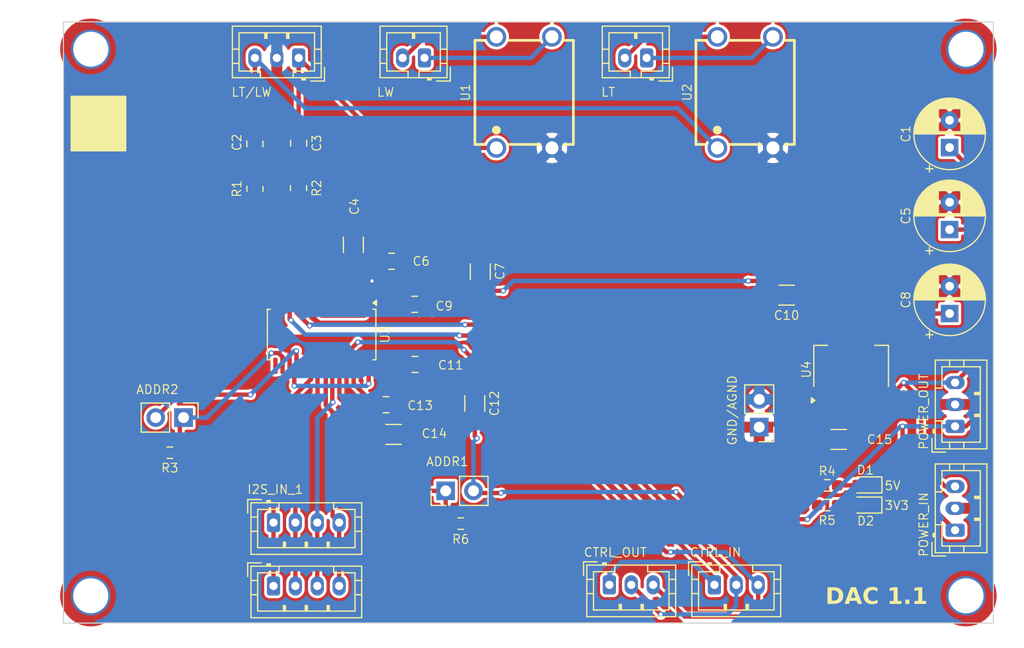
<source format=kicad_pcb>
(kicad_pcb (version 20241229) (generator "pcbnew") (generator_version "9.0")
  (layers (0 "F.Cu" signal) (2 "B.Cu" signal) (13 "F.Paste" user) (15 "B.Paste" user) (5 "F.SilkS" user "F.Silkscreen") (7 "B.SilkS" user "B.Silkscreen") (1 "F.Mask" user) (3 "B.Mask" user) (25 "Edge.Cuts" user))
  (net 0 "")
  (net 1 "MCLK0")
  (net 2 "SWR_NEG")
  (net 3 "LEFT_WOOFER")
  (net 4 "AGND")
  (net 5 "GND")
  (net 6 "3V3")
  (net 7 "5V")
  (net 8 "Net-(D1-A)")
  (net 9 "Net-(D2-A)")
  (net 10 "LEFT_TWEETER")
  (net 11 "SDA")
  (net 12 "SCL")
  (net 13 "SWR_OUT")
  (net 14 "SWL_OUT")
  (net 15 "LRCLK0")
  (net 16 "BCLK0")
  (net 17 "DATA0")
  (net 18 "SWL_NEG")
  (net 19 "ADDR1")
  (net 20 "ADDR2")
  (net 21 "Net-(U3-VNEG)")
  (net 22 "XSMT")
  (net 23 "Net-(U3-CAPP)")
  (net 24 "Net-(U3-CAPM)")
  (net 25 "Net-(U3-LDOO)")
  (net 28 "3V3A")
  (net 31 "LW_OUT_PRE")
  (net 32 "LT_OUT_PRE")
  (footprint "Capacitor_SMD:C_0805_2012Metric_Pad1.18x1.45mm_HandSolder" (layer "F.Cu") (at 76.4364 68.8275 90)
    (property "Reference" "C2")
    (property "Value" "2.2n 50V C0G")
  )
  (footprint "Package_SO:TSSOP-28_4.4x9.7mm_P0.65mm" (layer "F.Cu") (at 82.5364 86.265 -90)
    (property "Reference" "U3")
    (property "Value" "PCM5122PW")
  )
  (footprint "Connector_JST:JST_PH_B3B-PH-K_1x03_P2.00mm_Vertical" (layer "F.Cu") (at 80.4364 60.965 180)
    (property "Reference" "J1" (hide yes))
    (property "Value" "Conn_01x03_Pin")
  )
  (footprint "Capacitor_SMD:C_1206_3216Metric_Pad1.33x1.80mm_HandSolder" (layer "F.Cu") (at 89.1114 95.4025)
    (property "Reference" "C14")
    (property "Value" "10U")
  )
  (footprint "Connector_JST:JST_PH_B2B-PH-K_1x02_P2.00mm_Vertical" (layer "F.Cu") (at 91.9364 60.965 180)
    (property "Reference" "J2" (hide yes))
    (property "Value" "Conn_01x02_Pin")
  )
  (footprint "easyeda2kicad:XFMR-TH_4P-L9.5-W9.0-P5.08-LS10.2_C9900096976" (layer "F.Cu") (at 101.0464 64.115 90)
    (property "Reference" "U1")
    (property "Value" "DA101C_C6931652")
  )
  (footprint "Resistor_SMD:R_0805_2012Metric_Pad1.20x1.40mm_HandSolder" (layer "F.Cu") (at 76.4364 72.94 90)
    (property "Reference" "R1")
    (property "Value" "470R TF")
  )
  (footprint "Connector_PinHeader_2.54mm:PinHeader_1x02_P2.54mm_Vertical" (layer "F.Cu") (at 69.9114 93.865 -90)
    (property "Reference" "J5" (hide yes))
    (property "Value" "Conn_01x02_Pin")
  )
  (footprint "Connector_JST:JST_PH_B3B-PH-K_1x03_P2.00mm_Vertical" (layer "F.Cu") (at 140.4364 94.665 90)
    (property "Reference" "J4" (hide yes))
    (property "Value" "Conn_01x03_Pin")
  )
  (footprint "Capacitor_SMD:C_0805_2012Metric_Pad1.18x1.45mm_HandSolder" (layer "F.Cu") (at 80.4364 68.765 90)
    (property "Reference" "C3")
    (property "Value" "2.2n 50V C0G")
  )
  (footprint "Package_TO_SOT_SMD:SOT-223-3_TabPin2" (layer "F.Cu") (at 130.9364 89.165 90)
    (property "Reference" "U4")
    (property "Value" "ZLDO1117QG33TA")
  )
  (footprint "MountingHole:MountingHole_3.2mm_M3_DIN965_Pad_TopOnly" (layer "F.Cu") (at 61.4364 110.165)
    (property "Reference" "H3" (hide yes))
    (property "Value" "MountingHole")
  )
  (footprint "Capacitor_THT:CP_Radial_D6.3mm_P2.50mm" (layer "F.Cu") (at 139.9364 76.665 90)
    (property "Reference" "C5")
    (property "Value" "220u")
  )
  (footprint "Capacitor_SMD:C_1206_3216Metric_Pad1.33x1.80mm_HandSolder" (layer "F.Cu") (at 125.0364 82.665 180)
    (property "Reference" "C10")
    (property "Value" "10U")
  )
  (footprint "MountingHole:MountingHole_3.2mm_M3_DIN965_Pad_TopOnly" (layer "F.Cu") (at 141.4364 110.165)
    (property "Reference" "H4" (hide yes))
    (property "Value" "MountingHole")
  )
  (footprint "Connector_JST:JST_PH_B3B-PH-K_1x03_P2.00mm_Vertical" (layer "F.Cu") (at 140.4364 104.165 90)
    (property "Reference" "J9" (hide yes))
    (property "Value" "Conn_01x03_Pin")
  )
  (footprint "Capacitor_THT:CP_Radial_D6.3mm_P2.50mm" (layer "F.Cu") (at 139.9364 69.165 90)
    (property "Reference" "C1")
    (property "Value" "220u")
  )
  (footprint "Connector_PinHeader_2.54mm:PinHeader_1x02_P2.54mm_Vertical" (layer "F.Cu") (at 93.8739 100.565 90)
    (property "Reference" "J8" (hide yes))
    (property "Value" "Conn_01x02_Pin")
  )
  (footprint "Resistor_SMD:R_0603_1608Metric_Pad0.98x0.95mm_HandSolder" (layer "F.Cu") (at 128.7489 101.865)
    (property "Reference" "R5")
    (property "Value" "150R")
  )
  (footprint "Capacitor_SMD:C_0805_2012Metric_Pad1.18x1.45mm_HandSolder" (layer "F.Cu") (at 88.9364 79.565 180)
    (property "Reference" "C6")
    (property "Value" "2.2u 25V")
  )
  (footprint "Connector_JST:JST_PH_B2B-PH-K_1x02_P2.00mm_Vertical" (layer "F.Cu") (at 112.2464 60.965 180)
    (property "Reference" "J3" (hide yes))
    (property "Value" "Conn_01x02_Pin")
  )
  (footprint "Capacitor_SMD:C_0805_2012Metric_Pad1.18x1.45mm_HandSolder" (layer "F.Cu") (at 88.4215 92.69 180)
    (property "Reference" "C13")
    (property "Value" "0.1U")
  )
  (footprint "Capacitor_SMD:C_1206_3216Metric_Pad1.33x1.80mm_HandSolder" (layer "F.Cu") (at 129.7989 95.865 180)
    (property "Reference" "C15")
    (property "Value" "10U")
  )
  (footprint "Capacitor_SMD:C_0805_2012Metric_Pad1.18x1.45mm_HandSolder" (layer "F.Cu") (at 91.0364 83.5025)
    (property "Reference" "C9")
    (property "Value" "0.1U")
  )
  (footprint "Connector_JST:JST_PH_B4B-PH-K_1x04_P2.00mm_Vertical" (layer "F.Cu") (at 78.1364 103.465)
    (property "Reference" "J7" (hide yes))
    (property "Value" "Conn_01x04_Pin")
  )
  (footprint "Capacitor_SMD:C_1206_3216Metric_Pad1.33x1.80mm_HandSolder" (layer "F.Cu") (at 97.0364 80.5025 90)
    (property "Reference" "C7")
    (property "Value" "10U")
  )
  (footprint "Capacitor_THT:CP_Radial_D6.3mm_P2.50mm" (layer "F.Cu") (at 139.9364 84.3474 90)
    (property "Reference" "C8")
    (property "Value" "220u")
  )
  (footprint "MountingHole:MountingHole_3.2mm_M3_DIN965_Pad_TopOnly" (layer "F.Cu") (at 141.4364 60.165)
    (property "Reference" "H2" (hide yes))
    (property "Value" "MountingHole")
  )
  (footprint "Connector_PinHeader_2.54mm:PinHeader_1x02_P2.54mm_Vertical" (layer "F.Cu") (at 122.5364 94.74 180)
    (property "Reference" "J6" (hide yes))
    (property "Value" "Conn_01x02_Pin")
  )
  (footprint "easyeda2kicad:XFMR-TH_4P-L9.5-W9.0-P5.08-LS10.2_C9900096976" (layer "F.Cu") (at 121.2464 64.115 90)
    (property "Reference" "U2")
    (property "Value" "DA101C_C6931652")
  )
  (footprint "Capacitor_SMD:C_1206_3216Metric_Pad1.33x1.80mm_HandSolder" (layer "F.Cu") (at 96.5364 92.565 90)
    (property "Reference" "C12")
    (property "Value" "10U")
  )
  (footprint "Capacitor_SMD:C_1206_3216Metric_Pad1.33x1.80mm_HandSolder" (layer "F.Cu") (at 85.4364 78.065 -90)
    (property "Reference" "C4")
    (property "Value" "2.2u 25V")
  )
  (footprint "Resistor_SMD:R_0603_1608Metric_Pad0.98x0.95mm_HandSolder" (layer "F.Cu") (at 68.6589 97.0775)
    (property "Reference" "R3")
    (property "Value" "4.7K")
  )
  (footprint "LED_SMD:LED_0603_1608Metric" (layer "F.Cu") (at 132.2614 101.865 180)
    (property "Reference" "D2")
    (property "Value" "BLUE")
  )
  (footprint "Connector_JST:JST_PH_B3B-PH-K_1x03_P2.00mm_Vertical" (layer "F.Cu") (at 118.4364 109.165)
    (property "Reference" "J11" (hide yes))
    (property "Value" "Conn_01x03_Pin")
  )
  (footprint "Resistor_SMD:R_0805_2012Metric_Pad1.20x1.40mm_HandSolder" (layer "F.Cu") (at 80.4232 72.8775 90)
    (property "Reference" "R2")
    (property "Value" "470R TF")
  )
  (footprint "LED_SMD:LED_0603_1608Metric" (layer "F.Cu") (at 132.2614 100.025 180)
    (property "Reference" "D1")
    (property "Value" "RED")
  )
  (footprint "Connector_JST:JST_PH_B3B-PH-K_1x03_P2.00mm_Vertical" (layer "F.Cu") (at 108.8364 109.165)
    (property "Reference" "J10" (hide yes))
    (property "Value" "Conn_01x03_Pin")
  )
  (footprint "Connector_JST:JST_PH_B4B-PH-K_1x04_P2.00mm_Vertical" (layer "F.Cu") (at 78.1364 109.265)
    (property "Reference" "J12" (hide yes))
    (property "Value" "Conn_01x04_Pin")
  )
  (footprint "Resistor_SMD:R_0603_1608Metric_Pad0.98x0.95mm_HandSolder" (layer "F.Cu") (at 95.2489 103.565 180)
    (property "Reference" "R6")
    (property "Value" "4.7K")
  )
  (footprint "Resistor_SMD:R_0603_1608Metric_Pad0.98x0.95mm_HandSolder" (layer "F.Cu") (at 128.7489 100.065)
    (property "Reference" "R4")
    (property "Value" "1.3K")
  )
  (footprint "Capacitor_SMD:C_0805_2012Metric_Pad1.18x1.45mm_HandSolder" (layer "F.Cu") (at 91.0739 89.0025)
    (property "Reference" "C11")
    (property "Value" "0.1U")
  )
  (footprint "MountingHole:MountingHole_3.2mm_M3_DIN965_Pad_TopOnly" (layer "F.Cu") (at 61.4364 60.165)
    (property "Reference" "H1" (hide yes))
    (property "Value" "MountingHole")
  )
  (gr_rect (start 59.6364 64.465) (end 64.6364 69.465) (stroke (width 0.1)) (fill yes) (layer "F.SilkS"))
  (gr_line (start 58.9364 112.665) (end 58.9364 57.665) (stroke (width 0.1)) (layer "Edge.Cuts"))
  (gr_line (start 58.9364 57.665) (end 143.9364 57.665) (stroke (width 0.1)) (layer "Edge.Cuts"))
  (gr_line (start 143.9364 112.665) (end 58.9364 112.665) (stroke (width 0.1)) (layer "Edge.Cuts"))
  (gr_line (start 143.9364 57.665) (end 143.9364 112.665) (stroke (width 0.1)) (layer "Edge.Cuts"))
  (gr_text "DAC 1.1" (at 137.9364 111.165 0) (layer "F.SilkS") (effects (font (size 1.5 1.5) (thickness 0.1) (bold yes)) (justify right bottom)))
  (gr_text "LT" (at 108.0364 64.565 0) (layer "F.SilkS") (effects (font (size 0.8 0.8) (thickness 0.1)) (justify left bottom)))
  (gr_text "GND/AGND" (at 120.5364 96.465 90) (layer "F.SilkS") (effects (font (size 0.8 0.8) (thickness 0.1)) (justify left bottom)))
  (gr_text "3V3" (at 133.9364 102.365 0) (layer "F.SilkS") (effects (font (size 0.8 0.8) (thickness 0.1)) (justify left bottom)))
  (gr_text "ADDR2" (at 65.5364 91.765 0) (layer "F.SilkS") (effects (font (size 0.8 0.8) (thickness 0.1)) (justify left bottom)))
  (gr_text "LT/LW" (at 74.2364 64.565 0) (layer "F.SilkS") (effects (font (size 0.8 0.8) (thickness 0.1)) (justify left bottom)))
  (gr_text "LW" (at 87.5364 64.565 0) (layer "F.SilkS") (effects (font (size 0.8 0.8) (thickness 0.1)) (justify left bottom)))
  (gr_text "POWER_IN" (at 138.0364 106.665 90) (layer "F.SilkS") (effects (font (size 0.8 0.8) (thickness 0.1)) (justify left bottom)))
  (gr_text "CTRL_IN" (at 116.1364 106.665 0) (layer "F.SilkS") (effects (font (size 0.8 0.8) (thickness 0.1)) (justify left bottom)))
  (gr_text "5V" (at 133.9364 100.565 0) (layer "F.SilkS") (effects (font (size 0.8 0.8) (thickness 0.1)) (justify left bottom)))
  (gr_text "I2S_IN_1" (at 75.680571 100.903984 0) (layer "F.SilkS") (effects (font (size 0.8 0.8) (thickness 0.1)) (justify left bottom)))
  (gr_text "ADDR1" (at 92.0364 98.365 0) (layer "F.SilkS") (effects (font (size 0.8 0.8) (thickness 0.1)) (justify left bottom)))
  (gr_text "POWER_OUT" (at 138.0364 96.865 90) (layer "F.SilkS") (effects (font (size 0.8 0.8) (thickness 0.1)) (justify left bottom)))
  (gr_text "CTRL_OUT" (at 106.4364 106.665 0) (layer "F.SilkS") (effects (font (size 0.8 0.8) (thickness 0.1)) (justify left bottom)))
  (segment (start 81.5614 90.359239) (end 78.1364 93.784239) (width 0.4) (layer "F.Cu") (net 1))
  (segment (start 81.5614 89.1275) (end 81.5614 90.359239) (width 0.4) (layer "F.Cu") (net 1))
  (segment (start 78.1364 93.784239) (end 78.1364 103.465) (width 0.4) (layer "F.Cu") (net 1))
  (segment (start 78.1364 109.265) (end 78.1364 103.465) (width 0.4) (layer "F.Cu") (net 1))
  (segment (start 123.7864 59.035) (end 121.8564 60.965) (width 0.4) (layer "B.Cu") (net 2))
  (segment (start 121.8564 60.965) (end 112.2464 60.965) (width 0.4) (layer "B.Cu") (net 2))
  (segment (start 88.6664 69.195) (end 98.5064 69.195) (width 0.4) (layer "F.Cu") (net 3))
  (segment (start 80.4364 67.7275) (end 80.4364 60.965) (width 0.4) (layer "F.Cu") (net 3))
  (segment (start 80.4232 71.8775) (end 79.3114 70.7657) (width 0.4) (layer "F.Cu") (net 3))
  (segment (start 80.4364 60.965) (end 88.6664 69.195) (width 0.4) (layer "F.Cu") (net 3))
  (segment (start 79.3114 70.7657) (end 79.3114 68.8525) (width 0.4) (layer "F.Cu") (net 3))
  (segment (start 79.3114 68.8525) (end 80.4364 67.7275) (width 0.4) (layer "F.Cu") (net 3))
  (segment (start 85.4614 82.406594) (end 86.502994 81.365) (width 0.4) (layer "F.Cu") (net 4))
  (segment (start 86.502994 81.365) (end 87.1364 81.365) (width 0.4) (layer "F.Cu") (net 4))
  (segment (start 85.4614 83.4025) (end 85.4614 82.406594) (width 0.4) (layer "F.Cu") (net 4))
  (via (at 87.1364 81.365) (size 0.5) (drill 0.3) (layers "F.Cu" "B.Cu") (net 4))
  (segment (start 80.0364 90.149878) (end 80.0364 90.965) (width 0.4) (layer "F.Cu") (net 6))
  (segment (start 139.9364 69.165) (end 143.7364 72.965) (width 0.4) (layer "F.Cu") (net 6))
  (segment (start 140.4364 104.165) (end 135.6364 99.365) (width 0.4) (layer "F.Cu") (net 6))
  (segment (start 143.7364 72.965) (end 143.7364 92.365) (width 0.4) (layer "F.Cu") (net 6))
  (segment (start 69.4714 91.765) (end 76.0364 91.765) (width 0.4) (layer "F.Cu") (net 6))
  (segment (start 67.3714 93.865) (end 69.4714 91.765) (width 0.4) (layer "F.Cu") (net 6))
  (segment (start 98.9364 100.765) (end 96.6139 100.765) (width 0.4) (layer "F.Cu") (net 6))
  (segment (start 96.5364 95.565) (end 96.7364 95.765) (width 0.4) (layer "F.Cu") (net 6))
  (segment (start 86.8364 89.2025) (end 86.7614 89.1275) (width 0.4) (layer "F.Cu") (net 6))
  (segment (start 127.8364 101.865) (end 127.8364 102.265) (width 0.4) (layer "F.Cu") (net 6))
  (segment (start 95.1614 94.1275) (end 90.0364 89.0025) (width 0.4) (layer "F.Cu") (net 6))
  (segment (start 96.5364 94.1275) (end 95.1614 94.1275) (width 0.4) (layer "F.Cu") (net 6))
  (segment (start 86.7614 89.1275) (end 89.9114 89.1275) (width 0.4) (layer "F.Cu") (net 6))
  (segment (start 141.4364 94.665) (end 140.4364 94.665) (width 0.4) (layer "F.Cu") (net 6))
  (segment (start 143.7364 92.365) (end 141.4364 94.665) (width 0.4) (layer "F.Cu") (net 6))
  (segment (start 80.2364 89.1025) (end 80.2614 89.1275) (width 0.4) (layer "F.Cu") (net 6))
  (segment (start 127.8364 102.265) (end 126.9364 103.165) (width 0.4) (layer "F.Cu") (net 6))
  (segment (start 80.2364 87.765) (end 80.2364 89.1025) (width 0.4) (layer "F.Cu") (net 6))
  (segment (start 86.8364 90.765) (end 86.8364 89.2025) (width 0.4) (layer "F.Cu") (net 6))
  (segment (start 80.2614 89.1275) (end 80.2114 89.1775) (width 0.4) (layer "F.Cu") (net 6))
  (segment (start 80.2114 89.974878) (end 80.0364 90.149878) (width 0.4) (layer "F.Cu") (net 6))
  (segment (start 126.9364 103.165) (end 117.4364 103.165) (width 0.4) (layer "F.Cu") (net 6))
  (segment (start 117.4364 103.165) (end 114.9364 100.665) (width 0.4) (layer "F.Cu") (net 6))
  (segment (start 80.2114 89.1775) (end 80.2114 89.974878) (width 0.4) (layer "F.Cu") (net 6))
  (segment (start 135.6364 99.365) (end 135.6364 94.665) (width 0.4) (layer "F.Cu") (net 6))
  (segment (start 96.5364 94.1275) (end 96.5364 95.565) (width 0.4) (layer "F.Cu") (net 6))
  (via (at 76.0364 91.765) (size 0.5) (drill 0.3) (layers "F.Cu" "B.Cu") (net 6))
  (via (at 98.9364 100.765) (size 0.5) (drill 0.3) (layers "F.Cu" "B.Cu") (net 6))
  (via (at 135.6364 94.665) (size 0.5) (drill 0.3) (layers "F.Cu" "B.Cu") (net 6))
  (via (at 96.7364 95.765) (size 0.5) (drill 0.3) (layers "F.Cu" "B.Cu") (net 6))
  (via (at 114.9364 100.665) (size 0.5) (drill 0.3) (layers "F.Cu" "B.Cu") (net 6))
  (via (at 86.8364 90.765) (size 0.5) (drill 0.3) (layers "F.Cu" "B.Cu") (net 6))
  (via (at 80.2364 87.765) (size 0.5) (drill 0.3) (layers "F.Cu" "B.Cu") (net 6))
  (via (at 126.9364 103.165) (size 0.5) (drill 0.3) (layers "F.Cu" "B.Cu") (net 6))
  (via (at 80.0364 90.965) (size 0.5) (drill 0.3) (layers "F.Cu" "B.Cu") (net 6))
  (segment (start 140.4364 94.665) (end 135.6364 94.665) (width 0.4) (layer "B.Cu") (net 6))
  (segment (start 99.0364 100.665) (end 98.9364 100.765) (width 0.4) (layer "B.Cu") (net 6))
  (segment (start 96.7364 95.765) (end 96.4139 96.0875) (width 0.4) (layer "B.Cu") (net 6))
  (segment (start 80.0364 87.765) (end 80.2364 87.765) (width 0.4) (layer "B.Cu") (net 6))
  (segment (start 135.6364 94.665) (end 135.4364 94.665) (width 0.4) (layer "B.Cu") (net 6))
  (segment (start 114.9364 100.665) (end 99.0364 100.665) (width 0.4) (layer "B.Cu") (net 6))
  (segment (start 86.8364 90.765) (end 86.6364 90.965) (width 0.4) (layer "B.Cu") (net 6))
  (segment (start 86.6364 90.965) (end 80.0364 90.965) (width 0.4) (layer "B.Cu") (net 6))
  (segment (start 76.0364 91.765) (end 80.0364 87.765) (width 0.4) (layer "B.Cu") (net 6))
  (segment (start 135.4364 94.665) (end 126.9364 103.165) (width 0.4) (layer "B.Cu") (net 6))
  (segment (start 96.4139 96.0875) (end 96.4139 100.565) (width 0.4) (layer "B.Cu") (net 6))
  (segment (start 137.3364 92.265) (end 135.7364 90.665) (width 0.4) (layer "F.Cu") (net 7))
  (segment (start 127.9364 99.29) (end 131.3614 95.865) (width 0.4) (layer "F.Cu") (net 7))
  (segment (start 133.2364 92.315) (end 133.2364 93.99) (width 0.4) (layer "F.Cu") (net 7))
  (segment (start 139.5364 100.165) (end 137.3364 97.965) (width 0.4) (layer "F.Cu") (net 7))
  (segment (start 137.3364 97.965) (end 137.3364 92.265) (width 0.4) (layer "F.Cu") (net 7))
  (segment (start 140.4364 90.665) (end 142.2364 88.865) (width 0.4) (layer "F.Cu") (net 7))
  (segment (start 142.0364 76.665) (end 139.9364 76.665) (width 0.4) (layer "F.Cu") (net 7))
  (segment (start 142.2364 88.865) (end 142.2364 76.865) (width 0.4) (layer "F.Cu") (net 7))
  (segment (start 127.9364 99.965) (end 127.9364 99.29) (width 0.4) (layer "F.Cu") (net 7))
  (segment (start 133.2364 93.99) (end 131.3614 95.865) (width 0.4) (layer "F.Cu") (net 7))
  (segment (start 134.0864 92.315) (end 135.7364 90.665) (width 0.4) (layer "F.Cu") (net 7))
  (segment (start 142.2364 76.865) (end 142.0364 76.665) (width 0.4) (layer "F.Cu") (net 7))
  (segment (start 140.4364 100.165) (end 139.5364 100.165) (width 0.4) (layer "F.Cu") (net 7))
  (segment (start 133.2364 92.315) (end 134.0864 92.315) (width 0.4) (layer "F.Cu") (net 7))
  (via (at 135.7364 90.665) (size 0.5) (drill 0.3) (layers "F.Cu" "B.Cu") (net 7))
  (segment (start 140.4364 90.665) (end 135.7364 90.665) (width 0.4) (layer "B.Cu") (net 7))
  (segment (start 129.6614 100.065) (end 131.4339 100.065) (width 0.4) (layer "F.Cu") (net 8))
  (segment (start 129.6614 101.865) (end 131.4739 101.865) (width 0.4) (layer "F.Cu") (net 9))
  (segment (start 77.5614 68.915) (end 77.5614 70.815) (width 0.4) (layer "F.Cu") (net 10))
  (segment (start 76.4364 67.79) (end 76.4364 60.965) (width 0.4) (layer "F.Cu") (net 10))
  (segment (start 76.4364 67.79) (end 77.5614 68.915) (width 0.4) (layer "F.Cu") (net 10))
  (segment (start 77.5614 70.815) (end 76.4364 71.94) (width 0.4) (layer "F.Cu") (net 10))
  (segment (start 115.0764 65.565) (end 118.7064 69.195) (width 0.4) (layer "B.Cu") (net 10))
  (segment (start 81.0364 65.565) (end 115.0764 65.565) (width 0.4) (layer "B.Cu") (net 10))
  (segment (start 76.4364 60.965) (end 81.0364 65.565) (width 0.4) (layer "B.Cu") (net 10))
  (segment (start 120.4364 108.365) (end 97.4364 85.365) (width 0.4) (layer "F.Cu") (net 11))
  (segment (start 81.4364 85.465) (end 80.2614 84.29) (width 0.4) (layer "F.Cu") (net 11))
  (segment (start 120.4364 109.165) (end 120.4364 108.365) (width 0.4) (layer "F.Cu") (net 11))
  (segment (start 113.5364 111.865) (end 110.8364 109.165) (width 0.4) (layer "F.Cu") (net 11))
  (segment (start 97.4364 85.365) (end 95.6364 85.365) (width 0.4) (layer "F.Cu") (net 11))
  (segment (start 80.2614 84.29) (end 80.2614 83.4025) (width 0.4) (layer "F.Cu") (net 11))
  (via (at 95.6364 85.365) (size 0.5) (drill 0.3) (layers "F.Cu" "B.Cu") (net 11))
  (via (at 81.4364 85.465) (size 0.5) (drill 0.3) (layers "F.Cu" "B.Cu") (net 11))
  (via (at 113.5364 111.865) (size 0.5) (drill 0.3) (layers "F.Cu" "B.Cu") (net 11))
  (segment (start 81.5364 85.365) (end 81.4364 85.465) (width 0.4) (layer "B.Cu") (net 11))
  (segment (start 95.6364 85.365) (end 81.5364 85.365) (width 0.4) (layer "B.Cu") (net 11))
  (segment (start 120.4364 109.165) (end 120.4364 111.065) (width 0.4) (layer "B.Cu") (net 11))
  (segment (start 119.6364 111.865) (end 113.5364 111.865) (width 0.4) (layer "B.Cu") (net 11))
  (segment (start 120.4364 111.065) (end 119.6364 111.865) (width 0.4) (layer "B.Cu") (net 11))
  (segment (start 79.7364 84.965) (end 79.6114 84.84) (width 0.4) (layer "F.Cu") (net 12))
  (segment (start 96.2364 86.365) (end 95.1364 86.365) (width 0.4) (layer "F.Cu") (net 12))
  (segment (start 79.6114 84.84) (end 79.6114 83.4025) (width 0.4) (layer "F.Cu") (net 12))
  (segment (start 118.4364 108.565) (end 96.2364 86.365) (width 0.4) (layer "F.Cu") (net 12))
  (via (at 79.7364 84.965) (size 0.5) (drill 0.3) (layers "F.Cu" "B.Cu") (net 12))
  (via (at 95.1364 86.365) (size 0.5) (drill 0.3) (layers "F.Cu" "B.Cu") (net 12))
  (segment (start 109.9364 107.065) (end 108.8364 108.165) (width 0.4) (layer "B.Cu") (net 12))
  (segment (start 116.3364 107.065) (end 109.9364 107.065) (width 0.4) (layer "B.Cu") (net 12))
  (segment (start 118.4364 109.165) (end 116.3364 107.065) (width 0.4) (layer "B.Cu") (net 12))
  (segment (start 95.1364 86.365) (end 95.0364 86.265) (width 0.4) (layer "B.Cu") (net 12))
  (segment (start 108.8364 108.165) (end 108.8364 109.165) (width 0.4) (layer "B.Cu") (net 12))
  (segment (start 81.0364 86.265) (end 79.7364 84.965) (width 0.4) (layer "B.Cu") (net 12))
  (segment (start 95.0364 86.265) (end 81.0364 86.265) (width 0.4) (layer "B.Cu") (net 12))
  (segment (start 112.1764 59.035) (end 110.2464 60.965) (width 0.4) (layer "F.Cu") (net 13))
  (segment (start 118.7064 59.035) (end 112.1764 59.035) (width 0.4) (layer "F.Cu") (net 13))
  (segment (start 91.965234 59.035) (end 98.5064 59.035) (width 0.4) (layer "F.Cu") (net 14))
  (segment (start 90.035234 60.965) (end 91.965234 59.035) (width 0.4) (layer "F.Cu") (net 14))
  (segment (start 82.1364 109.265) (end 82.1364 103.465) (width 0.4) (layer "F.Cu") (net 15))
  (segment (start 83.5114 89.1275) (end 83.5114 92.415) (width 0.4) (layer "F.Cu") (net 15))
  (segment (start 83.5114 92.415) (end 83.5614 92.465) (width 0.4) (layer "F.Cu") (net 15))
  (via (at 83.5614 92.465) (size 0.5) (drill 0.3) (layers "F.Cu" "B.Cu") (net 15))
  (segment (start 82.1364 103.465) (end 82.1364 93.89) (width 0.4) (layer "B.Cu") (net 15))
  (segment (start 82.1364 93.89) (end 83.5614 92.465) (width 0.4) (layer "B.Cu") (net 15))
  (segment (start 80.1364 109.265) (end 80.1364 103.465) (width 0.4) (layer "F.Cu") (net 16))
  (segment (start 80.1364 93.765) (end 80.1364 103.465) (width 0.4) (layer "F.Cu") (net 16))
  (segment (start 82.1614 89.1775) (end 82.1614 91.74) (width 0.4) (layer "F.Cu") (net 16))
  (segment (start 82.1614 91.74) (end 80.1364 93.765) (width 0.4) (layer "F.Cu") (net 16))
  (segment (start 82.2114 89.1275) (end 82.1614 89.1775) (width 0.4) (layer "F.Cu") (net 16))
  (segment (start 82.9114 92.734239) (end 83.5364 93.359239) (width 0.4) (layer "F.Cu") (net 17))
  (segment (start 83.5364 102.865) (end 84.1364 103.465) (width 0.4) (layer "F.Cu") (net 17))
  (segment (start 83.5364 93.359239) (end 83.5364 102.865) (width 0.4) (layer "F.Cu") (net 17))
  (segment (start 82.8614 89.1275) (end 82.9114 89.1775) (width 0.4) (layer "F.Cu") (net 17))
  (segment (start 82.9114 89.1775) (end 82.9114 92.734239) (width 0.4) (layer "F.Cu") (net 17))
  (segment (start 84.1364 109.265) (end 84.1364 103.465) (width 0.4) (layer "F.Cu") (net 17))
  (segment (start 91.9364 60.965) (end 101.6564 60.965) (width 0.4) (layer "B.Cu") (net 18))
  (segment (start 101.6564 60.965) (end 103.5864 59.035) (width 0.4) (layer "B.Cu") (net 18))
  (segment (start 84.1614 92.07505) (end 84.1614 89.1275) (width 0.4) (layer "F.Cu") (net 19))
  (segment (start 93.8739 100.565) (end 93.8739 103.1025) (width 0.4) (layer "F.Cu") (net 19))
  (segment (start 93.8739 103.1025) (end 94.3364 103.565) (width 0.4) (layer "F.Cu") (net 19))
  (segment (start 89.1364 100.565) (end 85.2364 96.665) (width 0.4) (layer "F.Cu") (net 19))
  (segment (start 85.2364 93.15005) (end 84.1614 92.07505) (width 0.4) (layer "F.Cu") (net 19))
  (segment (start 93.8739 100.565) (end 89.1364 100.565) (width 0.4) (layer "F.Cu") (net 19))
  (segment (start 85.2364 96.665) (end 85.2364 93.15005) (width 0.4) (layer "F.Cu") (net 19))
  (segment (start 69.5714 97.0775) (end 69.5714 94.205) (width 0.4) (layer "F.Cu") (net 20))
  (segment (start 78.9614 88.330122) (end 78.596278 87.965) (width 0.4) (layer "F.Cu") (net 20))
  (segment (start 78.596278 87.965) (end 77.9364 87.965) (width 0.4) (layer "F.Cu") (net 20))
  (segment (start 78.9614 89.1275) (end 78.9614 88.330122) (width 0.4) (layer "F.Cu") (net 20))
  (via (at 77.9364 87.965) (size 0.5) (drill 0.3) (layers "F.Cu" "B.Cu") (net 20))
  (segment (start 72.0364 93.865) (end 69.9114 93.865) (width 0.4) (layer "B.Cu") (net 20))
  (segment (start 77.9364 87.965) (end 72.0364 93.865) (width 0.4) (layer "B.Cu") (net 20))
  (segment (start 85.4364 79.6275) (end 84.1614 80.9025) (width 0.4) (layer "F.Cu") (net 21))
  (segment (start 84.1614 80.9025) (end 84.1614 83.4025) (width 0.4) (layer "F.Cu") (net 21))
  (segment (start 115.7364 112.065) (end 112.8364 109.165) (width 0.4) (layer "F.Cu") (net 22))
  (segment (start 122.4364 109.165) (end 122.4364 111.165) (width 0.4) (layer "F.Cu") (net 22))
  (segment (start 121.5364 112.065) (end 115.7364 112.065) (width 0.4) (layer "F.Cu") (net 22))
  (segment (start 114.0364 106.165) (end 114.4364 106.165) (width 0.4) (layer "F.Cu") (net 22))
  (segment (start 95.5364 87.665) (end 114.0364 106.165) (width 0.4) (layer "F.Cu") (net 22))
  (segment (start 84.8114 87.99) (end 85.8364 86.965) (width 0.4) (layer "F.Cu") (net 22))
  (segment (start 122.4364 111.165) (end 121.5364 112.065) (width 0.4) (layer "F.Cu") (net 22))
  (segment (start 84.8114 89.1275) (end 84.8114 87.99) (width 0.4) (layer "F.Cu") (net 22))
  (via (at 95.5364 87.665) (size 0.5) (drill 0.3) (layers "F.Cu" "B.Cu") (net 22))
  (via (at 114.4364 106.165) (size 0.5) (drill 0.3) (layers "F.Cu" "B.Cu") (net 22))
  (via (at 85.8364 86.965) (size 0.5) (drill 0.3) (layers "F.Cu" "B.Cu") (net 22))
  (segment (start 119.4364 106.165) (end 114.4364 106.165) (width 0.4) (layer "B.Cu") (net 22))
  (segment (start 95.5364 87.665) (end 94.8364 86.965) (width 0.4) (layer "B.Cu") (net 22))
  (segment (start 94.8364 86.965) (end 85.8364 86.965) (width 0.4) (layer "B.Cu") (net 22))
  (segment (start 122.4364 109.165) (end 119.4364 106.165) (width 0.4) (layer "B.Cu") (net 22))
  (segment (start 89.9739 79.565) (end 87.2739 82.265) (width 0.4) (layer "F.Cu") (net 23))
  (segment (start 86.1114 82.605122) (end 86.1114 83.4025) (width 0.4) (layer "F.Cu") (net 23))
  (segment (start 87.2739 82.265) (end 86.451522 82.265) (width 0.4) (layer "F.Cu") (net 23))
  (segment (start 86.451522 82.265) (end 86.1114 82.605122) (width 0.4) (layer "F.Cu") (net 23))
  (segment (start 84.8114 81.49) (end 84.8114 83.4025) (width 0.4) (layer "F.Cu") (net 24))
  (segment (start 85.6114 80.69) (end 84.8114 81.49) (width 0.4) (layer "F.Cu") (net 24))
  (segment (start 86.7739 80.69) (end 85.6114 80.69) (width 0.4) (layer "F.Cu") (net 24))
  (segment (start 87.8989 79.565) (end 86.7739 80.69) (width 0.4) (layer "F.Cu") (net 24))
  (segment (start 85.4614 90.7674) (end 87.384 92.69) (width 0.4) (layer "F.Cu") (net 25))
  (segment (start 85.4614 89.1275) (end 85.4614 90.7674) (width 0.4) (layer "F.Cu") (net 25))
  (segment (start 87.384 92.69) (end 87.384 95.2376) (width 0.4) (layer "F.Cu") (net 25))
  (segment (start 97.0364 82.065) (end 91.4364 82.065) (width 0.4) (layer "F.Cu") (net 28))
  (segment (start 82.2114 84.199878) (end 82.2114 83.4025) (width 0.4) (layer "F.Cu") (net 28))
  (segment (start 89.9989 83.5025) (end 86.8614 83.5025) (width 0.4) (layer "F.Cu") (net 28))
  (segment (start 130.9364 86.015) (end 130.9364 92.315) (width 0.4) (layer "F.Cu") (net 28))
  (segment (start 125.2989 81.365) (end 121.5364 81.365) (width 0.4) (layer "F.Cu") (net 28))
  (segment (start 129.0739 82.665) (end 126.5989 82.665) (width 0.4) (layer "F.Cu") (net 28))
  (segment (start 99.1364 82.265) (end 97.2364 82.265) (width 0.4) (layer "F.Cu") (net 28))
  (segment (start 130.9364 84.5275) (end 129.0739 82.665) (width 0.4) (layer "F.Cu") (net 28))
  (segment (start 82.551522 84.54) (end 82.2114 84.199878) (width 0.4) (layer "F.Cu") (net 28))
  (segment (start 139.9364 84.3474) (end 132.604 84.3474) (width 0.4) (layer "F.Cu") (net 28))
  (segment (start 86.421278 84.54) (end 82.551522 84.54) (width 0.4) (layer "F.Cu") (net 28))
  (segment (start 91.4364 82.065) (end 89.9989 83.5025) (width 0.4) (layer "F.Cu") (net 28))
  (segment (start 126.5989 82.665) (end 125.2989 81.365) (width 0.4) (layer "F.Cu") (net 28))
  (segment (start 86.7614 83.4025) (end 86.7614 84.199878) (width 0.4) (layer "F.Cu") (net 28))
  (segment (start 86.7614 84.199878) (end 86.421278 84.54) (width 0.4) (layer "F.Cu") (net 28))
  (segment (start 130.9364 86.015) (end 130.9364 84.5275) (width 0.4) (layer "F.Cu") (net 28))
  (segment (start 86.8614 83.5025) (end 86.7614 83.4025) (width 0.4) (layer "F.Cu") (net 28))
  (segment (start 132.604 84.3474) (end 130.9364 86.015) (width 0.4) (layer "F.Cu") (net 28))
  (via (at 99.1364 82.265) (size 0.5) (drill 0.3) (layers "F.Cu" "B.Cu") (net 28))
  (via (at 121.5364 81.365) (size 0.5) (drill 0.3) (layers "F.Cu" "B.Cu") (net 28))
  (segment (start 121.5364 81.365) (end 100.0364 81.365) (width 0.4) (layer "B.Cu") (net 28))
  (segment (start 100.0364 81.365) (end 99.1364 82.265) (width 0.4) (layer "B.Cu") (net 28))
  (segment (start 83.5114 76.9657) (end 80.4232 73.8775) (width 0.4) (layer "F.Cu") (net 31))
  (segment (start 83.5114 83.4025) (end 83.5114 76.9657) (width 0.4) (layer "F.Cu") (net 31))
  (segment (start 82.8614 80.365) (end 76.4364 73.94) (width 0.4) (layer "F.Cu") (net 32))
  (segment (start 82.8614 83.4025) (end 82.8614 80.365) (width 0.4) (layer "F.Cu") (net 32))
  (zone (net 5) (net_name "GND") (layer "F.Cu") (connect_pads (clearance 0.25)) (min_thickness 0.25) (fill yes (thermal_gap 0.5) (thermal_bridge_width 1) (smoothing fillet) (radius 1))
    (polygon (pts (xy 59.2364 86.265) (xy 124.9364 86.265) (xy 124.9364 73.765) (xy 125.0364 73.865) (xy 135.8364 73.765) (xy 135.8364 57.465) (xy 135.7364 57.365) (xy 144.7364 57.365) (xy 145.2364 57.865) (xy 145.2364 114.965) (xy 59.1364 114.965) (xy 53.1364 108.965) (xy 53.1364 92.365)))
  )
  (zone (net 4) (net_name "AGND") (layer "F.Cu") (priority 1) (connect_pads (clearance 0.25)) (min_thickness 0.25) (fill yes (thermal_gap 0.5) (thermal_bridge_width 1) (smoothing fillet) (radius 1))
    (polygon (pts (xy 135.7364 57.365) (xy 135.7364 73.165) (xy 135.2364 73.665) (xy 124.6364 73.665) (xy 124.6364 85.565) (xy 56.7364 85.565) (xy 56.7364 56.565) (xy 57.2364 56.065) (xy 134.4364 56.065)))
  )
  (zone (net 4) (net_name "AGND") (layer "B.Cu") (priority 2) (connect_pads (clearance 0.5)) (min_thickness 0.25) (fill yes (thermal_gap 0.5) (thermal_bridge_width 1) (smoothing fillet) (radius 1))
    (polygon (pts (xy 56.0364 55.665) (xy 146.7364 55.665) (xy 146.7364 113.565) (xy 145.8364 114.465) (xy 56.9364 114.465) (xy 56.0364 113.565)))
  )
)
</source>
